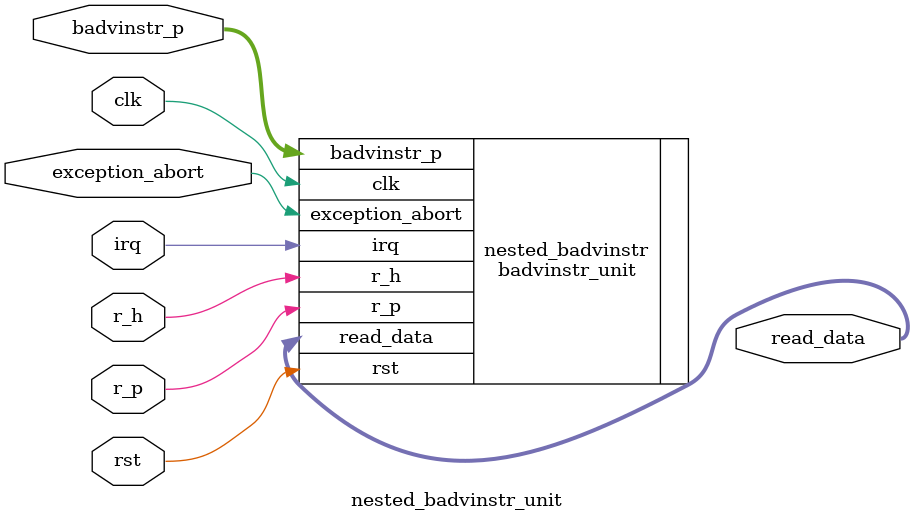
<source format=v>
`include "./head.v"
`include "./badvinstr_unit.v"
module nested_badvinstr_unit(input wire clk,
	input wire rst,
	input wire r_p,
	input wire r_h,
	input wire exception_abort,
	input wire irq,
	input wire [31:0] badvinstr_p,
	output wire [31:0] read_data);
badvinstr_unit nested_badvinstr(.clk(clk),
	.rst(rst),
	.r_p(r_p),
	.r_h(r_h),
	.exception_abort(exception_abort),
	.irq(irq),
	.badvinstr_p(badvinstr_p),
	.read_data(read_data));
endmodule // nested_badvinstr_unit
	

</source>
